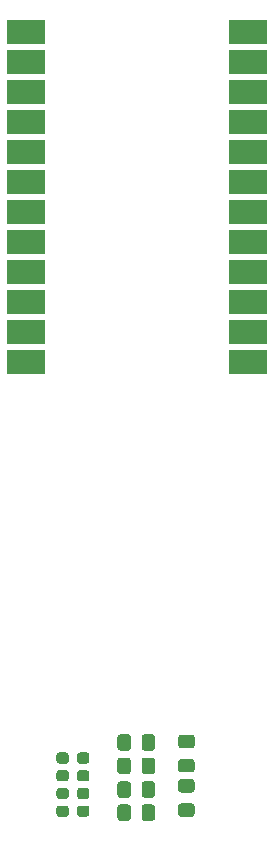
<source format=gtp>
G04 #@! TF.GenerationSoftware,KiCad,Pcbnew,(5.1.6)-1*
G04 #@! TF.CreationDate,2020-11-25T22:12:27-08:00*
G04 #@! TF.ProjectId,ortho_right,6f727468-6f5f-4726-9967-68742e6b6963,rev?*
G04 #@! TF.SameCoordinates,Original*
G04 #@! TF.FileFunction,Paste,Top*
G04 #@! TF.FilePolarity,Positive*
%FSLAX46Y46*%
G04 Gerber Fmt 4.6, Leading zero omitted, Abs format (unit mm)*
G04 Created by KiCad (PCBNEW (5.1.6)-1) date 2020-11-25 22:12:27*
%MOMM*%
%LPD*%
G01*
G04 APERTURE LIST*
%ADD10R,3.250000X2.000000*%
G04 APERTURE END LIST*
G36*
G01*
X209352400Y-83938100D02*
X209352400Y-84413100D01*
G75*
G02*
X209114900Y-84650600I-237500J0D01*
G01*
X208539900Y-84650600D01*
G75*
G02*
X208302400Y-84413100I0J237500D01*
G01*
X208302400Y-83938100D01*
G75*
G02*
X208539900Y-83700600I237500J0D01*
G01*
X209114900Y-83700600D01*
G75*
G02*
X209352400Y-83938100I0J-237500D01*
G01*
G37*
G36*
G01*
X211102400Y-83938100D02*
X211102400Y-84413100D01*
G75*
G02*
X210864900Y-84650600I-237500J0D01*
G01*
X210289900Y-84650600D01*
G75*
G02*
X210052400Y-84413100I0J237500D01*
G01*
X210052400Y-83938100D01*
G75*
G02*
X210289900Y-83700600I237500J0D01*
G01*
X210864900Y-83700600D01*
G75*
G02*
X211102400Y-83938100I0J-237500D01*
G01*
G37*
G36*
G01*
X209352400Y-85436700D02*
X209352400Y-85911700D01*
G75*
G02*
X209114900Y-86149200I-237500J0D01*
G01*
X208539900Y-86149200D01*
G75*
G02*
X208302400Y-85911700I0J237500D01*
G01*
X208302400Y-85436700D01*
G75*
G02*
X208539900Y-85199200I237500J0D01*
G01*
X209114900Y-85199200D01*
G75*
G02*
X209352400Y-85436700I0J-237500D01*
G01*
G37*
G36*
G01*
X211102400Y-85436700D02*
X211102400Y-85911700D01*
G75*
G02*
X210864900Y-86149200I-237500J0D01*
G01*
X210289900Y-86149200D01*
G75*
G02*
X210052400Y-85911700I0J237500D01*
G01*
X210052400Y-85436700D01*
G75*
G02*
X210289900Y-85199200I237500J0D01*
G01*
X210864900Y-85199200D01*
G75*
G02*
X211102400Y-85436700I0J-237500D01*
G01*
G37*
G36*
G01*
X209352400Y-82439500D02*
X209352400Y-82914500D01*
G75*
G02*
X209114900Y-83152000I-237500J0D01*
G01*
X208539900Y-83152000D01*
G75*
G02*
X208302400Y-82914500I0J237500D01*
G01*
X208302400Y-82439500D01*
G75*
G02*
X208539900Y-82202000I237500J0D01*
G01*
X209114900Y-82202000D01*
G75*
G02*
X209352400Y-82439500I0J-237500D01*
G01*
G37*
G36*
G01*
X211102400Y-82439500D02*
X211102400Y-82914500D01*
G75*
G02*
X210864900Y-83152000I-237500J0D01*
G01*
X210289900Y-83152000D01*
G75*
G02*
X210052400Y-82914500I0J237500D01*
G01*
X210052400Y-82439500D01*
G75*
G02*
X210289900Y-82202000I237500J0D01*
G01*
X210864900Y-82202000D01*
G75*
G02*
X211102400Y-82439500I0J-237500D01*
G01*
G37*
G36*
G01*
X209352400Y-80940900D02*
X209352400Y-81415900D01*
G75*
G02*
X209114900Y-81653400I-237500J0D01*
G01*
X208539900Y-81653400D01*
G75*
G02*
X208302400Y-81415900I0J237500D01*
G01*
X208302400Y-80940900D01*
G75*
G02*
X208539900Y-80703400I237500J0D01*
G01*
X209114900Y-80703400D01*
G75*
G02*
X209352400Y-80940900I0J-237500D01*
G01*
G37*
G36*
G01*
X211102400Y-80940900D02*
X211102400Y-81415900D01*
G75*
G02*
X210864900Y-81653400I-237500J0D01*
G01*
X210289900Y-81653400D01*
G75*
G02*
X210052400Y-81415900I0J237500D01*
G01*
X210052400Y-80940900D01*
G75*
G02*
X210289900Y-80703400I237500J0D01*
G01*
X210864900Y-80703400D01*
G75*
G02*
X211102400Y-80940900I0J-237500D01*
G01*
G37*
G36*
G01*
X219753601Y-80347400D02*
X218853599Y-80347400D01*
G75*
G02*
X218603600Y-80097401I0J249999D01*
G01*
X218603600Y-79447399D01*
G75*
G02*
X218853599Y-79197400I249999J0D01*
G01*
X219753601Y-79197400D01*
G75*
G02*
X220003600Y-79447399I0J-249999D01*
G01*
X220003600Y-80097401D01*
G75*
G02*
X219753601Y-80347400I-249999J0D01*
G01*
G37*
G36*
G01*
X219753601Y-82397400D02*
X218853599Y-82397400D01*
G75*
G02*
X218603600Y-82147401I0J249999D01*
G01*
X218603600Y-81497399D01*
G75*
G02*
X218853599Y-81247400I249999J0D01*
G01*
X219753601Y-81247400D01*
G75*
G02*
X220003600Y-81497399I0J-249999D01*
G01*
X220003600Y-82147401D01*
G75*
G02*
X219753601Y-82397400I-249999J0D01*
G01*
G37*
G36*
G01*
X218853599Y-85006600D02*
X219753601Y-85006600D01*
G75*
G02*
X220003600Y-85256599I0J-249999D01*
G01*
X220003600Y-85906601D01*
G75*
G02*
X219753601Y-86156600I-249999J0D01*
G01*
X218853599Y-86156600D01*
G75*
G02*
X218603600Y-85906601I0J249999D01*
G01*
X218603600Y-85256599D01*
G75*
G02*
X218853599Y-85006600I249999J0D01*
G01*
G37*
G36*
G01*
X218853599Y-82956600D02*
X219753601Y-82956600D01*
G75*
G02*
X220003600Y-83206599I0J-249999D01*
G01*
X220003600Y-83856601D01*
G75*
G02*
X219753601Y-84106600I-249999J0D01*
G01*
X218853599Y-84106600D01*
G75*
G02*
X218603600Y-83856601I0J249999D01*
G01*
X218603600Y-83206599D01*
G75*
G02*
X218853599Y-82956600I249999J0D01*
G01*
G37*
G36*
G01*
X215511800Y-82288801D02*
X215511800Y-81388799D01*
G75*
G02*
X215761799Y-81138800I249999J0D01*
G01*
X216411801Y-81138800D01*
G75*
G02*
X216661800Y-81388799I0J-249999D01*
G01*
X216661800Y-82288801D01*
G75*
G02*
X216411801Y-82538800I-249999J0D01*
G01*
X215761799Y-82538800D01*
G75*
G02*
X215511800Y-82288801I0J249999D01*
G01*
G37*
G36*
G01*
X213461800Y-82288801D02*
X213461800Y-81388799D01*
G75*
G02*
X213711799Y-81138800I249999J0D01*
G01*
X214361801Y-81138800D01*
G75*
G02*
X214611800Y-81388799I0J-249999D01*
G01*
X214611800Y-82288801D01*
G75*
G02*
X214361801Y-82538800I-249999J0D01*
G01*
X213711799Y-82538800D01*
G75*
G02*
X213461800Y-82288801I0J249999D01*
G01*
G37*
G36*
G01*
X215511800Y-84295401D02*
X215511800Y-83395399D01*
G75*
G02*
X215761799Y-83145400I249999J0D01*
G01*
X216411801Y-83145400D01*
G75*
G02*
X216661800Y-83395399I0J-249999D01*
G01*
X216661800Y-84295401D01*
G75*
G02*
X216411801Y-84545400I-249999J0D01*
G01*
X215761799Y-84545400D01*
G75*
G02*
X215511800Y-84295401I0J249999D01*
G01*
G37*
G36*
G01*
X213461800Y-84295401D02*
X213461800Y-83395399D01*
G75*
G02*
X213711799Y-83145400I249999J0D01*
G01*
X214361801Y-83145400D01*
G75*
G02*
X214611800Y-83395399I0J-249999D01*
G01*
X214611800Y-84295401D01*
G75*
G02*
X214361801Y-84545400I-249999J0D01*
G01*
X213711799Y-84545400D01*
G75*
G02*
X213461800Y-84295401I0J249999D01*
G01*
G37*
G36*
G01*
X215511800Y-80307601D02*
X215511800Y-79407599D01*
G75*
G02*
X215761799Y-79157600I249999J0D01*
G01*
X216411801Y-79157600D01*
G75*
G02*
X216661800Y-79407599I0J-249999D01*
G01*
X216661800Y-80307601D01*
G75*
G02*
X216411801Y-80557600I-249999J0D01*
G01*
X215761799Y-80557600D01*
G75*
G02*
X215511800Y-80307601I0J249999D01*
G01*
G37*
G36*
G01*
X213461800Y-80307601D02*
X213461800Y-79407599D01*
G75*
G02*
X213711799Y-79157600I249999J0D01*
G01*
X214361801Y-79157600D01*
G75*
G02*
X214611800Y-79407599I0J-249999D01*
G01*
X214611800Y-80307601D01*
G75*
G02*
X214361801Y-80557600I-249999J0D01*
G01*
X213711799Y-80557600D01*
G75*
G02*
X213461800Y-80307601I0J249999D01*
G01*
G37*
G36*
G01*
X215511800Y-86251201D02*
X215511800Y-85351199D01*
G75*
G02*
X215761799Y-85101200I249999J0D01*
G01*
X216411801Y-85101200D01*
G75*
G02*
X216661800Y-85351199I0J-249999D01*
G01*
X216661800Y-86251201D01*
G75*
G02*
X216411801Y-86501200I-249999J0D01*
G01*
X215761799Y-86501200D01*
G75*
G02*
X215511800Y-86251201I0J249999D01*
G01*
G37*
G36*
G01*
X213461800Y-86251201D02*
X213461800Y-85351199D01*
G75*
G02*
X213711799Y-85101200I249999J0D01*
G01*
X214361801Y-85101200D01*
G75*
G02*
X214611800Y-85351199I0J-249999D01*
G01*
X214611800Y-86251201D01*
G75*
G02*
X214361801Y-86501200I-249999J0D01*
G01*
X213711799Y-86501200D01*
G75*
G02*
X213461800Y-86251201I0J249999D01*
G01*
G37*
D10*
X224497900Y-19685000D03*
X224497900Y-22225000D03*
X224497900Y-24765000D03*
X224497900Y-27305000D03*
X224497900Y-29845000D03*
X224497900Y-32385000D03*
X224497900Y-34925000D03*
X224497900Y-37465000D03*
X224497900Y-40005000D03*
X224497900Y-42545000D03*
X224497900Y-45085000D03*
X224497900Y-47625000D03*
X205701900Y-47625000D03*
X205701900Y-45085000D03*
X205701900Y-42545000D03*
X205701900Y-40005000D03*
X205701900Y-37465000D03*
X205701900Y-34925000D03*
X205701900Y-32385000D03*
X205701900Y-29845000D03*
X205701900Y-27305000D03*
X205701900Y-24765000D03*
X205701900Y-22225000D03*
X205701900Y-19685000D03*
M02*

</source>
